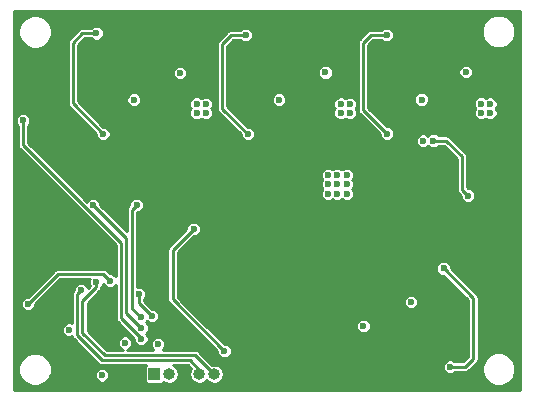
<source format=gbr>
G04 #@! TF.GenerationSoftware,KiCad,Pcbnew,(5.0.1)-4*
G04 #@! TF.CreationDate,2019-03-16T12:44:05-04:00*
G04 #@! TF.ProjectId,Wii reg,576969207265672E6B696361645F7063,rev?*
G04 #@! TF.SameCoordinates,Original*
G04 #@! TF.FileFunction,Copper,L4,Bot,Signal*
G04 #@! TF.FilePolarity,Positive*
%FSLAX46Y46*%
G04 Gerber Fmt 4.6, Leading zero omitted, Abs format (unit mm)*
G04 Created by KiCad (PCBNEW (5.0.1)-4) date 3/16/2019 12:44:05 PM*
%MOMM*%
%LPD*%
G01*
G04 APERTURE LIST*
G04 #@! TA.AperFunction,ComponentPad*
%ADD10R,1.000000X1.000000*%
G04 #@! TD*
G04 #@! TA.AperFunction,ComponentPad*
%ADD11O,1.000000X1.000000*%
G04 #@! TD*
G04 #@! TA.AperFunction,ViaPad*
%ADD12C,0.600000*%
G04 #@! TD*
G04 #@! TA.AperFunction,ComponentPad*
%ADD13C,0.600000*%
G04 #@! TD*
G04 #@! TA.AperFunction,Conductor*
%ADD14C,0.250000*%
G04 #@! TD*
G04 #@! TA.AperFunction,Conductor*
%ADD15C,0.230000*%
G04 #@! TD*
G04 APERTURE END LIST*
D10*
G04 #@! TO.P,J25,1*
G04 #@! TO.N,MCLR*
X200250000Y-115660000D03*
D11*
G04 #@! TO.P,J25,2*
G04 #@! TO.N,VSYS*
X201520000Y-115660000D03*
G04 #@! TO.P,J25,3*
G04 #@! TO.N,GND*
X202790000Y-115660000D03*
G04 #@! TO.P,J25,4*
G04 #@! TO.N,Net-(J25-Pad4)*
X204060000Y-115660000D03*
G04 #@! TO.P,J25,5*
G04 #@! TO.N,Net-(J25-Pad5)*
X205330000Y-115660000D03*
G04 #@! TD*
D12*
G04 #@! TO.N,GND*
G04 #@! TO.C,U1*
X201030000Y-92160000D03*
X200530000Y-91660000D03*
X201530000Y-91660000D03*
X201530000Y-92660000D03*
X200530000Y-92660000D03*
G04 #@! TD*
G04 #@! TO.N,GND*
G04 #@! TO.C,U2*
X219570000Y-109790000D03*
X220070000Y-110290000D03*
X219070000Y-110290000D03*
X219070000Y-109290000D03*
X220070000Y-109290000D03*
G04 #@! TD*
D13*
G04 #@! TO.P,U3,11*
G04 #@! TO.N,GND*
X223150000Y-99040000D03*
X224650000Y-99040000D03*
X223150000Y-98040000D03*
X224650000Y-98040000D03*
X223900000Y-98540000D03*
G04 #@! TD*
D12*
G04 #@! TO.N,GND*
G04 #@! TO.C,U4*
X225290000Y-92150000D03*
X224790000Y-91650000D03*
X225790000Y-91650000D03*
X225790000Y-92650000D03*
X224790000Y-92650000D03*
G04 #@! TD*
G04 #@! TO.N,GND*
G04 #@! TO.C,U5*
X213380000Y-92160000D03*
X212880000Y-91660000D03*
X213880000Y-91660000D03*
X213880000Y-92660000D03*
X212880000Y-92660000D03*
G04 #@! TD*
G04 #@! TO.N,5v*
X223890000Y-95880000D03*
X226810000Y-100530000D03*
G04 #@! TO.N,GND*
X198140000Y-116570000D03*
X216360000Y-87780000D03*
X215550000Y-88580000D03*
X216360000Y-88580000D03*
X215560000Y-87780000D03*
X218230000Y-95720000D03*
X217430000Y-94920000D03*
X218230000Y-94920000D03*
X217430000Y-95720000D03*
X191640000Y-102080000D03*
X191640000Y-101290000D03*
X227700000Y-88390000D03*
X227700000Y-87590000D03*
X227940000Y-97420000D03*
X227940000Y-98220000D03*
X227150000Y-97420000D03*
X227140000Y-98220000D03*
X207020000Y-104730000D03*
X207020000Y-105530000D03*
X204100000Y-88560000D03*
X203300000Y-87770000D03*
X203300000Y-88560000D03*
X204100000Y-87760000D03*
X227250000Y-107080000D03*
X228040000Y-107890000D03*
X228040000Y-106310000D03*
X228040000Y-107100000D03*
X227250000Y-107890000D03*
X227250000Y-106280000D03*
X213360000Y-113680000D03*
X213360000Y-112890000D03*
X212560000Y-113680000D03*
X212560000Y-112890000D03*
X211760000Y-113680000D03*
X211760000Y-112880000D03*
X201600000Y-113140000D03*
X203390000Y-106390000D03*
X203390000Y-107690000D03*
X204690000Y-107690000D03*
X204690000Y-106390000D03*
X195255000Y-110235000D03*
X196605000Y-110235000D03*
X195255000Y-111585000D03*
X196605000Y-111585000D03*
X208210000Y-103920000D03*
X210200000Y-103920000D03*
X212180000Y-103920000D03*
X193430000Y-113570000D03*
X192900000Y-109935000D03*
X199590000Y-102240000D03*
G04 #@! TO.N,1v*
X195350000Y-86790000D03*
X195930000Y-95300000D03*
G04 #@! TO.N,3v3*
X225290000Y-115020000D03*
X224740000Y-106700000D03*
G04 #@! TO.N,VSYS*
X221990000Y-109540000D03*
X216550000Y-98780000D03*
X195830000Y-115750000D03*
X216550000Y-99580000D03*
X215750000Y-98780000D03*
X214950000Y-98780000D03*
X216550000Y-100380000D03*
X215750000Y-99580000D03*
X214950000Y-99580000D03*
X215750000Y-100370000D03*
X227900000Y-93540000D03*
X228700000Y-92750000D03*
X228700000Y-93540000D03*
X227900000Y-92740000D03*
X222880000Y-92400000D03*
X210830000Y-92410000D03*
X198510000Y-92410000D03*
X216030000Y-93550000D03*
X216830000Y-92760000D03*
X216830000Y-93550000D03*
X216030000Y-92750000D03*
X203830000Y-93550000D03*
X204620000Y-92760000D03*
X204620000Y-93550000D03*
X203830000Y-92750000D03*
X200560000Y-113110000D03*
X193025000Y-111885000D03*
X214950000Y-100380000D03*
G04 #@! TO.N,1v8*
X219920000Y-86920000D03*
X219940000Y-95280000D03*
G04 #@! TO.N,1v15*
X207980000Y-86950000D03*
X208170000Y-95320000D03*
G04 #@! TO.N,REGN*
X203580000Y-103360000D03*
X206190000Y-113690000D03*
G04 #@! TO.N,SCL*
X200030000Y-110710000D03*
X198970000Y-108870000D03*
G04 #@! TO.N,Net-(J24-Pad1)*
X189550000Y-109720000D03*
X196490000Y-107740000D03*
G04 #@! TO.N,Net-(J25-Pad4)*
X194070000Y-108540000D03*
G04 #@! TO.N,Net-(J25-Pad5)*
X195350000Y-107830000D03*
G04 #@! TO.N,RED*
X199150000Y-112690000D03*
X189140000Y-94170000D03*
G04 #@! TO.N,GREEN*
X199160000Y-111730000D03*
X195080000Y-101320000D03*
G04 #@! TO.N,BLUE*
X199130000Y-110790000D03*
X198750000Y-101340000D03*
G04 #@! TO.N,EN*
X223000000Y-95890000D03*
X217960000Y-111580000D03*
X226620000Y-90050000D03*
X214740000Y-90110000D03*
X202410000Y-90160000D03*
X197790000Y-112990000D03*
G04 #@! TD*
D14*
G04 #@! TO.N,5v*
X223890000Y-95880000D02*
X224970000Y-95880000D01*
X226310000Y-100030000D02*
X226810000Y-100530000D01*
X226310000Y-97220000D02*
X226310000Y-100030000D01*
X224970000Y-95880000D02*
X226310000Y-97220000D01*
G04 #@! TO.N,GND*
X195255000Y-110235000D02*
X195250000Y-110230000D01*
X196605000Y-110235000D02*
X196600000Y-110230000D01*
X195255000Y-111585000D02*
X195250000Y-111580000D01*
X196605000Y-111585000D02*
X196600000Y-111580000D01*
G04 #@! TO.N,1v*
X194170000Y-86790000D02*
X195350000Y-86790000D01*
X193350000Y-87610000D02*
X194170000Y-86790000D01*
X193350000Y-92720000D02*
X193350000Y-87610000D01*
X195930000Y-95300000D02*
X193350000Y-92720000D01*
G04 #@! TO.N,3v3*
X226590000Y-115020000D02*
X225290000Y-115020000D01*
X227270000Y-114340000D02*
X226590000Y-115020000D01*
X227270000Y-109230000D02*
X227270000Y-114340000D01*
X224740000Y-106700000D02*
X227270000Y-109230000D01*
G04 #@! TO.N,VSYS*
X198520000Y-92420000D02*
X198540000Y-92420000D01*
X198510000Y-92410000D02*
X198520000Y-92420000D01*
X193025000Y-111885000D02*
X193020000Y-111890000D01*
G04 #@! TO.N,1v8*
X218620000Y-86920000D02*
X219920000Y-86920000D01*
X217930000Y-87610000D02*
X218620000Y-86920000D01*
X217930000Y-93270000D02*
X217930000Y-87610000D01*
X219940000Y-95280000D02*
X217930000Y-93270000D01*
G04 #@! TO.N,1v15*
X206760000Y-86950000D02*
X207980000Y-86950000D01*
X206010000Y-87700000D02*
X206760000Y-86950000D01*
X206010000Y-93160000D02*
X206010000Y-87700000D01*
X208170000Y-95320000D02*
X206010000Y-93160000D01*
G04 #@! TO.N,REGN*
X201800000Y-105140000D02*
X203580000Y-103360000D01*
X201800000Y-109300000D02*
X201800000Y-105140000D01*
X206190000Y-113690000D02*
X201800000Y-109300000D01*
G04 #@! TO.N,SCL*
X198970000Y-109650000D02*
X198970000Y-108870000D01*
X200030000Y-110710000D02*
X198970000Y-109650000D01*
G04 #@! TO.N,Net-(J24-Pad1)*
X189550000Y-109720000D02*
X192090000Y-107180000D01*
X192090000Y-107180000D02*
X195930000Y-107180000D01*
X195930000Y-107180000D02*
X196490000Y-107740000D01*
G04 #@! TO.N,Net-(J25-Pad4)*
X204060000Y-115660000D02*
X204060000Y-115260000D01*
X204060000Y-115260000D02*
X203270000Y-114470000D01*
X203270000Y-114470000D02*
X195850000Y-114470000D01*
X195850000Y-114470000D02*
X193720000Y-112340000D01*
X193720000Y-112340000D02*
X193720000Y-108890000D01*
X193720000Y-108890000D02*
X194070000Y-108540000D01*
G04 #@! TO.N,Net-(J25-Pad5)*
X203690000Y-114020000D02*
X205330000Y-115660000D01*
X203456398Y-114020000D02*
X203690000Y-114020000D01*
X203456396Y-114019998D02*
X203456398Y-114020000D01*
X196036396Y-114019998D02*
X203456396Y-114019998D01*
X194170002Y-112153604D02*
X196036396Y-114019998D01*
X194170002Y-109439998D02*
X194170002Y-112153604D01*
X195320000Y-108290000D02*
X194170002Y-109439998D01*
X195320000Y-107860000D02*
X195320000Y-108290000D01*
X195350000Y-107830000D02*
X195320000Y-107860000D01*
G04 #@! TO.N,RED*
X199150000Y-112690000D02*
X199150000Y-112630000D01*
X189140000Y-96270000D02*
X189140000Y-94170000D01*
X197439996Y-104569996D02*
X189140000Y-96270000D01*
X197439996Y-110919996D02*
X197439996Y-104569996D01*
X199150000Y-112630000D02*
X197439996Y-110919996D01*
G04 #@! TO.N,GREEN*
X199160000Y-111730000D02*
X199110000Y-111730000D01*
X197889998Y-104129998D02*
X195080000Y-101320000D01*
X197889998Y-110509998D02*
X197889998Y-104129998D01*
X199110000Y-111730000D02*
X197889998Y-110509998D01*
G04 #@! TO.N,BLUE*
X199130000Y-110790000D02*
X199070000Y-110790000D01*
X198340000Y-101750000D02*
X198750000Y-101340000D01*
X198340000Y-110060000D02*
X198340000Y-101750000D01*
X199070000Y-110790000D02*
X198340000Y-110060000D01*
G04 #@! TD*
D15*
G04 #@! TO.N,GND*
G36*
X231180000Y-117000000D02*
X188380000Y-117000000D01*
X188380000Y-114958539D01*
X188735000Y-114958539D01*
X188735000Y-115521461D01*
X188950421Y-116041533D01*
X189348467Y-116439579D01*
X189868539Y-116655000D01*
X190431461Y-116655000D01*
X190951533Y-116439579D01*
X191349579Y-116041533D01*
X191521007Y-115627669D01*
X195215000Y-115627669D01*
X195215000Y-115872331D01*
X195308628Y-116098370D01*
X195481630Y-116271372D01*
X195707669Y-116365000D01*
X195952331Y-116365000D01*
X196178370Y-116271372D01*
X196351372Y-116098370D01*
X196445000Y-115872331D01*
X196445000Y-115627669D01*
X196351372Y-115401630D01*
X196178370Y-115228628D01*
X195952331Y-115135000D01*
X195707669Y-115135000D01*
X195481630Y-115228628D01*
X195308628Y-115401630D01*
X195215000Y-115627669D01*
X191521007Y-115627669D01*
X191565000Y-115521461D01*
X191565000Y-114958539D01*
X191349579Y-114438467D01*
X190951533Y-114040421D01*
X190431461Y-113825000D01*
X189868539Y-113825000D01*
X189348467Y-114040421D01*
X188950421Y-114438467D01*
X188735000Y-114958539D01*
X188380000Y-114958539D01*
X188380000Y-94047669D01*
X188525000Y-94047669D01*
X188525000Y-94292331D01*
X188618628Y-94518370D01*
X188700001Y-94599743D01*
X188700000Y-96226669D01*
X188691381Y-96270000D01*
X188700000Y-96313331D01*
X188700000Y-96313335D01*
X188725529Y-96441678D01*
X188822778Y-96587222D01*
X188859518Y-96611771D01*
X196999997Y-104752251D01*
X196999997Y-107380255D01*
X196838370Y-107218628D01*
X196612331Y-107125000D01*
X196497253Y-107125000D01*
X196271771Y-106899518D01*
X196247222Y-106862778D01*
X196101679Y-106765529D01*
X195973336Y-106740000D01*
X195973331Y-106740000D01*
X195930000Y-106731381D01*
X195886669Y-106740000D01*
X192133330Y-106740000D01*
X192089999Y-106731381D01*
X192046668Y-106740000D01*
X192046664Y-106740000D01*
X191918321Y-106765529D01*
X191918320Y-106765530D01*
X191918319Y-106765530D01*
X191809515Y-106838231D01*
X191772778Y-106862778D01*
X191748231Y-106899515D01*
X189542747Y-109105000D01*
X189427669Y-109105000D01*
X189201630Y-109198628D01*
X189028628Y-109371630D01*
X188935000Y-109597669D01*
X188935000Y-109842331D01*
X189028628Y-110068370D01*
X189201630Y-110241372D01*
X189427669Y-110335000D01*
X189672331Y-110335000D01*
X189898370Y-110241372D01*
X190071372Y-110068370D01*
X190165000Y-109842331D01*
X190165000Y-109727253D01*
X192272254Y-107620000D01*
X194771314Y-107620000D01*
X194735000Y-107707669D01*
X194735000Y-107952331D01*
X194822989Y-108164757D01*
X194651340Y-108336406D01*
X194591372Y-108191630D01*
X194418370Y-108018628D01*
X194192331Y-107925000D01*
X193947669Y-107925000D01*
X193721630Y-108018628D01*
X193548628Y-108191630D01*
X193455000Y-108417669D01*
X193455000Y-108532747D01*
X193439515Y-108548231D01*
X193402779Y-108572778D01*
X193378232Y-108609515D01*
X193378230Y-108609517D01*
X193305530Y-108718321D01*
X193271381Y-108890000D01*
X193280001Y-108933336D01*
X193280000Y-111324953D01*
X193147331Y-111270000D01*
X192902669Y-111270000D01*
X192676630Y-111363628D01*
X192503628Y-111536630D01*
X192410000Y-111762669D01*
X192410000Y-112007331D01*
X192503628Y-112233370D01*
X192676630Y-112406372D01*
X192902669Y-112500000D01*
X193147331Y-112500000D01*
X193291341Y-112440349D01*
X193305529Y-112511678D01*
X193402778Y-112657222D01*
X193439518Y-112681771D01*
X195508231Y-114750485D01*
X195532778Y-114787222D01*
X195569515Y-114811769D01*
X195569516Y-114811770D01*
X195610013Y-114838829D01*
X195678321Y-114884471D01*
X195806664Y-114910000D01*
X195806669Y-114910000D01*
X195850000Y-114918619D01*
X195893331Y-114910000D01*
X199557167Y-114910000D01*
X199522898Y-114932898D01*
X199453277Y-115037093D01*
X199428829Y-115160000D01*
X199428829Y-116160000D01*
X199453277Y-116282907D01*
X199522898Y-116387102D01*
X199627093Y-116456723D01*
X199750000Y-116481171D01*
X200750000Y-116481171D01*
X200872907Y-116456723D01*
X200977102Y-116387102D01*
X201027760Y-116311287D01*
X201202003Y-116427712D01*
X201439734Y-116475000D01*
X201600266Y-116475000D01*
X201837997Y-116427712D01*
X202107582Y-116247582D01*
X202287712Y-115977997D01*
X202350966Y-115660000D01*
X202287712Y-115342003D01*
X202107582Y-115072418D01*
X201864505Y-114910000D01*
X203087747Y-114910000D01*
X203383396Y-115205650D01*
X203292288Y-115342003D01*
X203229034Y-115660000D01*
X203292288Y-115977997D01*
X203472418Y-116247582D01*
X203742003Y-116427712D01*
X203979734Y-116475000D01*
X204140266Y-116475000D01*
X204377997Y-116427712D01*
X204647582Y-116247582D01*
X204695000Y-116176616D01*
X204742418Y-116247582D01*
X205012003Y-116427712D01*
X205249734Y-116475000D01*
X205410266Y-116475000D01*
X205647997Y-116427712D01*
X205917582Y-116247582D01*
X206097712Y-115977997D01*
X206160966Y-115660000D01*
X206097712Y-115342003D01*
X205917582Y-115072418D01*
X205647997Y-114892288D01*
X205410266Y-114845000D01*
X205249734Y-114845000D01*
X205155915Y-114863662D01*
X204031770Y-113739517D01*
X204007222Y-113702778D01*
X203861679Y-113605529D01*
X203733336Y-113580000D01*
X203733331Y-113580000D01*
X203690000Y-113571381D01*
X203646669Y-113580000D01*
X203499742Y-113580000D01*
X203499732Y-113579998D01*
X203499727Y-113579998D01*
X203456396Y-113571379D01*
X203413065Y-113579998D01*
X200959744Y-113579998D01*
X201081372Y-113458370D01*
X201175000Y-113232331D01*
X201175000Y-112987669D01*
X201081372Y-112761630D01*
X200908370Y-112588628D01*
X200682331Y-112495000D01*
X200437669Y-112495000D01*
X200211630Y-112588628D01*
X200038628Y-112761630D01*
X199945000Y-112987669D01*
X199945000Y-113232331D01*
X200038628Y-113458370D01*
X200160256Y-113579998D01*
X197972691Y-113579998D01*
X198138370Y-113511372D01*
X198311372Y-113338370D01*
X198405000Y-113112331D01*
X198405000Y-112867669D01*
X198311372Y-112641630D01*
X198138370Y-112468628D01*
X197912331Y-112375000D01*
X197667669Y-112375000D01*
X197441630Y-112468628D01*
X197268628Y-112641630D01*
X197175000Y-112867669D01*
X197175000Y-113112331D01*
X197268628Y-113338370D01*
X197441630Y-113511372D01*
X197607309Y-113579998D01*
X196218650Y-113579998D01*
X194610002Y-111971351D01*
X194610002Y-109622251D01*
X195600485Y-108631769D01*
X195637222Y-108607222D01*
X195673601Y-108552778D01*
X195700742Y-108512158D01*
X195734471Y-108461679D01*
X195760000Y-108333336D01*
X195760000Y-108333331D01*
X195768619Y-108290000D01*
X195767146Y-108282596D01*
X195871372Y-108178370D01*
X195938640Y-108015971D01*
X195968628Y-108088370D01*
X196141630Y-108261372D01*
X196367669Y-108355000D01*
X196612331Y-108355000D01*
X196838370Y-108261372D01*
X196999996Y-108099746D01*
X196999996Y-110876665D01*
X196991377Y-110919996D01*
X196999996Y-110963327D01*
X196999996Y-110963331D01*
X197025525Y-111091674D01*
X197122774Y-111237218D01*
X197159514Y-111261767D01*
X198535000Y-112637254D01*
X198535000Y-112812331D01*
X198628628Y-113038370D01*
X198801630Y-113211372D01*
X199027669Y-113305000D01*
X199272331Y-113305000D01*
X199498370Y-113211372D01*
X199671372Y-113038370D01*
X199765000Y-112812331D01*
X199765000Y-112567669D01*
X199671372Y-112341630D01*
X199544742Y-112215000D01*
X199681372Y-112078370D01*
X199775000Y-111852331D01*
X199775000Y-111607669D01*
X199681372Y-111381630D01*
X199544742Y-111245000D01*
X199620000Y-111169742D01*
X199681630Y-111231372D01*
X199907669Y-111325000D01*
X200152331Y-111325000D01*
X200378370Y-111231372D01*
X200551372Y-111058370D01*
X200645000Y-110832331D01*
X200645000Y-110587669D01*
X200551372Y-110361630D01*
X200378370Y-110188628D01*
X200152331Y-110095000D01*
X200037254Y-110095000D01*
X199410000Y-109467747D01*
X199410000Y-109299742D01*
X199491372Y-109218370D01*
X199585000Y-108992331D01*
X199585000Y-108747669D01*
X199491372Y-108521630D01*
X199318370Y-108348628D01*
X199092331Y-108255000D01*
X198847669Y-108255000D01*
X198780000Y-108283029D01*
X198780000Y-105140000D01*
X201351381Y-105140000D01*
X201360001Y-105183336D01*
X201360000Y-109256669D01*
X201351381Y-109300000D01*
X201360000Y-109343331D01*
X201360000Y-109343335D01*
X201385529Y-109471678D01*
X201482778Y-109617222D01*
X201519518Y-109641771D01*
X205575000Y-113697254D01*
X205575000Y-113812331D01*
X205668628Y-114038370D01*
X205841630Y-114211372D01*
X206067669Y-114305000D01*
X206312331Y-114305000D01*
X206538370Y-114211372D01*
X206711372Y-114038370D01*
X206805000Y-113812331D01*
X206805000Y-113567669D01*
X206711372Y-113341630D01*
X206538370Y-113168628D01*
X206312331Y-113075000D01*
X206197254Y-113075000D01*
X204579923Y-111457669D01*
X217345000Y-111457669D01*
X217345000Y-111702331D01*
X217438628Y-111928370D01*
X217611630Y-112101372D01*
X217837669Y-112195000D01*
X218082331Y-112195000D01*
X218308370Y-112101372D01*
X218481372Y-111928370D01*
X218575000Y-111702331D01*
X218575000Y-111457669D01*
X218481372Y-111231630D01*
X218308370Y-111058628D01*
X218082331Y-110965000D01*
X217837669Y-110965000D01*
X217611630Y-111058628D01*
X217438628Y-111231630D01*
X217345000Y-111457669D01*
X204579923Y-111457669D01*
X202539923Y-109417669D01*
X221375000Y-109417669D01*
X221375000Y-109662331D01*
X221468628Y-109888370D01*
X221641630Y-110061372D01*
X221867669Y-110155000D01*
X222112331Y-110155000D01*
X222338370Y-110061372D01*
X222511372Y-109888370D01*
X222605000Y-109662331D01*
X222605000Y-109417669D01*
X222511372Y-109191630D01*
X222338370Y-109018628D01*
X222112331Y-108925000D01*
X221867669Y-108925000D01*
X221641630Y-109018628D01*
X221468628Y-109191630D01*
X221375000Y-109417669D01*
X202539923Y-109417669D01*
X202240000Y-109117747D01*
X202240000Y-106577669D01*
X224125000Y-106577669D01*
X224125000Y-106822331D01*
X224218628Y-107048370D01*
X224391630Y-107221372D01*
X224617669Y-107315000D01*
X224732747Y-107315000D01*
X226830000Y-109412254D01*
X226830001Y-114157745D01*
X226407747Y-114580000D01*
X225719742Y-114580000D01*
X225638370Y-114498628D01*
X225412331Y-114405000D01*
X225167669Y-114405000D01*
X224941630Y-114498628D01*
X224768628Y-114671630D01*
X224675000Y-114897669D01*
X224675000Y-115142331D01*
X224768628Y-115368370D01*
X224941630Y-115541372D01*
X225167669Y-115635000D01*
X225412331Y-115635000D01*
X225638370Y-115541372D01*
X225719742Y-115460000D01*
X226546669Y-115460000D01*
X226590000Y-115468619D01*
X226633331Y-115460000D01*
X226633336Y-115460000D01*
X226761679Y-115434471D01*
X226907222Y-115337222D01*
X226931771Y-115300482D01*
X227293714Y-114938539D01*
X227995000Y-114938539D01*
X227995000Y-115501461D01*
X228210421Y-116021533D01*
X228608467Y-116419579D01*
X229128539Y-116635000D01*
X229691461Y-116635000D01*
X230211533Y-116419579D01*
X230609579Y-116021533D01*
X230825000Y-115501461D01*
X230825000Y-114938539D01*
X230609579Y-114418467D01*
X230211533Y-114020421D01*
X229691461Y-113805000D01*
X229128539Y-113805000D01*
X228608467Y-114020421D01*
X228210421Y-114418467D01*
X227995000Y-114938539D01*
X227293714Y-114938539D01*
X227550485Y-114681769D01*
X227587222Y-114657222D01*
X227621763Y-114605529D01*
X227684470Y-114511681D01*
X227684470Y-114511680D01*
X227684471Y-114511679D01*
X227710000Y-114383336D01*
X227710000Y-114383332D01*
X227718619Y-114340001D01*
X227710000Y-114296670D01*
X227710000Y-109273330D01*
X227718619Y-109229999D01*
X227710000Y-109186668D01*
X227710000Y-109186664D01*
X227684471Y-109058321D01*
X227587222Y-108912778D01*
X227550486Y-108888232D01*
X225355000Y-106692747D01*
X225355000Y-106577669D01*
X225261372Y-106351630D01*
X225088370Y-106178628D01*
X224862331Y-106085000D01*
X224617669Y-106085000D01*
X224391630Y-106178628D01*
X224218628Y-106351630D01*
X224125000Y-106577669D01*
X202240000Y-106577669D01*
X202240000Y-105322253D01*
X203587254Y-103975000D01*
X203702331Y-103975000D01*
X203928370Y-103881372D01*
X204101372Y-103708370D01*
X204195000Y-103482331D01*
X204195000Y-103237669D01*
X204101372Y-103011630D01*
X203928370Y-102838628D01*
X203702331Y-102745000D01*
X203457669Y-102745000D01*
X203231630Y-102838628D01*
X203058628Y-103011630D01*
X202965000Y-103237669D01*
X202965000Y-103352746D01*
X201519516Y-104798231D01*
X201482779Y-104822778D01*
X201458232Y-104859515D01*
X201458230Y-104859517D01*
X201385530Y-104968321D01*
X201351381Y-105140000D01*
X198780000Y-105140000D01*
X198780000Y-101955000D01*
X198872331Y-101955000D01*
X199098370Y-101861372D01*
X199271372Y-101688370D01*
X199365000Y-101462331D01*
X199365000Y-101217669D01*
X199271372Y-100991630D01*
X199098370Y-100818628D01*
X198872331Y-100725000D01*
X198627669Y-100725000D01*
X198401630Y-100818628D01*
X198228628Y-100991630D01*
X198135000Y-101217669D01*
X198135000Y-101332747D01*
X198059515Y-101408231D01*
X198022779Y-101432778D01*
X197998232Y-101469515D01*
X197998230Y-101469517D01*
X197925530Y-101578321D01*
X197891381Y-101750000D01*
X197900001Y-101793336D01*
X197900001Y-103517747D01*
X195695000Y-101312747D01*
X195695000Y-101197669D01*
X195601372Y-100971630D01*
X195428370Y-100798628D01*
X195202331Y-100705000D01*
X194957669Y-100705000D01*
X194731630Y-100798628D01*
X194558628Y-100971630D01*
X194530878Y-101038624D01*
X192149923Y-98657669D01*
X214335000Y-98657669D01*
X214335000Y-98902331D01*
X214428628Y-99128370D01*
X214480258Y-99180000D01*
X214428628Y-99231630D01*
X214335000Y-99457669D01*
X214335000Y-99702331D01*
X214428628Y-99928370D01*
X214480258Y-99980000D01*
X214428628Y-100031630D01*
X214335000Y-100257669D01*
X214335000Y-100502331D01*
X214428628Y-100728370D01*
X214601630Y-100901372D01*
X214827669Y-100995000D01*
X215072331Y-100995000D01*
X215298370Y-100901372D01*
X215355000Y-100844742D01*
X215401630Y-100891372D01*
X215627669Y-100985000D01*
X215872331Y-100985000D01*
X216098370Y-100891372D01*
X216145000Y-100844742D01*
X216201630Y-100901372D01*
X216427669Y-100995000D01*
X216672331Y-100995000D01*
X216898370Y-100901372D01*
X217071372Y-100728370D01*
X217165000Y-100502331D01*
X217165000Y-100257669D01*
X217071372Y-100031630D01*
X217019742Y-99980000D01*
X217071372Y-99928370D01*
X217165000Y-99702331D01*
X217165000Y-99457669D01*
X217071372Y-99231630D01*
X217019742Y-99180000D01*
X217071372Y-99128370D01*
X217165000Y-98902331D01*
X217165000Y-98657669D01*
X217071372Y-98431630D01*
X216898370Y-98258628D01*
X216672331Y-98165000D01*
X216427669Y-98165000D01*
X216201630Y-98258628D01*
X216150000Y-98310258D01*
X216098370Y-98258628D01*
X215872331Y-98165000D01*
X215627669Y-98165000D01*
X215401630Y-98258628D01*
X215350000Y-98310258D01*
X215298370Y-98258628D01*
X215072331Y-98165000D01*
X214827669Y-98165000D01*
X214601630Y-98258628D01*
X214428628Y-98431630D01*
X214335000Y-98657669D01*
X192149923Y-98657669D01*
X189580000Y-96087747D01*
X189580000Y-94599742D01*
X189661372Y-94518370D01*
X189755000Y-94292331D01*
X189755000Y-94047669D01*
X189661372Y-93821630D01*
X189488370Y-93648628D01*
X189262331Y-93555000D01*
X189017669Y-93555000D01*
X188791630Y-93648628D01*
X188618628Y-93821630D01*
X188525000Y-94047669D01*
X188380000Y-94047669D01*
X188380000Y-86388539D01*
X188745000Y-86388539D01*
X188745000Y-86951461D01*
X188960421Y-87471533D01*
X189358467Y-87869579D01*
X189878539Y-88085000D01*
X190441461Y-88085000D01*
X190961533Y-87869579D01*
X191221112Y-87610000D01*
X192901381Y-87610000D01*
X192910001Y-87653336D01*
X192910000Y-92676669D01*
X192901381Y-92720000D01*
X192910000Y-92763331D01*
X192910000Y-92763335D01*
X192935529Y-92891678D01*
X193032778Y-93037222D01*
X193069518Y-93061771D01*
X195315000Y-95307254D01*
X195315000Y-95422331D01*
X195408628Y-95648370D01*
X195581630Y-95821372D01*
X195807669Y-95915000D01*
X196052331Y-95915000D01*
X196278370Y-95821372D01*
X196451372Y-95648370D01*
X196545000Y-95422331D01*
X196545000Y-95177669D01*
X196451372Y-94951630D01*
X196278370Y-94778628D01*
X196052331Y-94685000D01*
X195937254Y-94685000D01*
X193790000Y-92537747D01*
X193790000Y-92287669D01*
X197895000Y-92287669D01*
X197895000Y-92532331D01*
X197988628Y-92758370D01*
X198161630Y-92931372D01*
X198387669Y-93025000D01*
X198632331Y-93025000D01*
X198858370Y-92931372D01*
X199031372Y-92758370D01*
X199085509Y-92627669D01*
X203215000Y-92627669D01*
X203215000Y-92872331D01*
X203308628Y-93098370D01*
X203360258Y-93150000D01*
X203308628Y-93201630D01*
X203215000Y-93427669D01*
X203215000Y-93672331D01*
X203308628Y-93898370D01*
X203481630Y-94071372D01*
X203707669Y-94165000D01*
X203952331Y-94165000D01*
X204178370Y-94071372D01*
X204225000Y-94024742D01*
X204271630Y-94071372D01*
X204497669Y-94165000D01*
X204742331Y-94165000D01*
X204968370Y-94071372D01*
X205141372Y-93898370D01*
X205235000Y-93672331D01*
X205235000Y-93427669D01*
X205141372Y-93201630D01*
X205094742Y-93155000D01*
X205141372Y-93108370D01*
X205235000Y-92882331D01*
X205235000Y-92637669D01*
X205141372Y-92411630D01*
X204968370Y-92238628D01*
X204742331Y-92145000D01*
X204497669Y-92145000D01*
X204271630Y-92238628D01*
X204230000Y-92280258D01*
X204178370Y-92228628D01*
X203952331Y-92135000D01*
X203707669Y-92135000D01*
X203481630Y-92228628D01*
X203308628Y-92401630D01*
X203215000Y-92627669D01*
X199085509Y-92627669D01*
X199125000Y-92532331D01*
X199125000Y-92287669D01*
X199031372Y-92061630D01*
X198858370Y-91888628D01*
X198632331Y-91795000D01*
X198387669Y-91795000D01*
X198161630Y-91888628D01*
X197988628Y-92061630D01*
X197895000Y-92287669D01*
X193790000Y-92287669D01*
X193790000Y-90037669D01*
X201795000Y-90037669D01*
X201795000Y-90282331D01*
X201888628Y-90508370D01*
X202061630Y-90681372D01*
X202287669Y-90775000D01*
X202532331Y-90775000D01*
X202758370Y-90681372D01*
X202931372Y-90508370D01*
X203025000Y-90282331D01*
X203025000Y-90037669D01*
X202931372Y-89811630D01*
X202758370Y-89638628D01*
X202532331Y-89545000D01*
X202287669Y-89545000D01*
X202061630Y-89638628D01*
X201888628Y-89811630D01*
X201795000Y-90037669D01*
X193790000Y-90037669D01*
X193790000Y-87792253D01*
X193882253Y-87700000D01*
X205561381Y-87700000D01*
X205570001Y-87743336D01*
X205570000Y-93116669D01*
X205561381Y-93160000D01*
X205570000Y-93203331D01*
X205570000Y-93203335D01*
X205595529Y-93331678D01*
X205692778Y-93477222D01*
X205729518Y-93501771D01*
X207555000Y-95327254D01*
X207555000Y-95442331D01*
X207648628Y-95668370D01*
X207821630Y-95841372D01*
X208047669Y-95935000D01*
X208292331Y-95935000D01*
X208518370Y-95841372D01*
X208691372Y-95668370D01*
X208785000Y-95442331D01*
X208785000Y-95197669D01*
X208691372Y-94971630D01*
X208518370Y-94798628D01*
X208292331Y-94705000D01*
X208177254Y-94705000D01*
X206450000Y-92977747D01*
X206450000Y-92287669D01*
X210215000Y-92287669D01*
X210215000Y-92532331D01*
X210308628Y-92758370D01*
X210481630Y-92931372D01*
X210707669Y-93025000D01*
X210952331Y-93025000D01*
X211178370Y-92931372D01*
X211351372Y-92758370D01*
X211405509Y-92627669D01*
X215415000Y-92627669D01*
X215415000Y-92872331D01*
X215508628Y-93098370D01*
X215560258Y-93150000D01*
X215508628Y-93201630D01*
X215415000Y-93427669D01*
X215415000Y-93672331D01*
X215508628Y-93898370D01*
X215681630Y-94071372D01*
X215907669Y-94165000D01*
X216152331Y-94165000D01*
X216378370Y-94071372D01*
X216430000Y-94019742D01*
X216481630Y-94071372D01*
X216707669Y-94165000D01*
X216952331Y-94165000D01*
X217178370Y-94071372D01*
X217351372Y-93898370D01*
X217445000Y-93672331D01*
X217445000Y-93427669D01*
X217351372Y-93201630D01*
X217304742Y-93155000D01*
X217351372Y-93108370D01*
X217445000Y-92882331D01*
X217445000Y-92637669D01*
X217351372Y-92411630D01*
X217178370Y-92238628D01*
X216952331Y-92145000D01*
X216707669Y-92145000D01*
X216481630Y-92238628D01*
X216435000Y-92285258D01*
X216378370Y-92228628D01*
X216152331Y-92135000D01*
X215907669Y-92135000D01*
X215681630Y-92228628D01*
X215508628Y-92401630D01*
X215415000Y-92627669D01*
X211405509Y-92627669D01*
X211445000Y-92532331D01*
X211445000Y-92287669D01*
X211351372Y-92061630D01*
X211178370Y-91888628D01*
X210952331Y-91795000D01*
X210707669Y-91795000D01*
X210481630Y-91888628D01*
X210308628Y-92061630D01*
X210215000Y-92287669D01*
X206450000Y-92287669D01*
X206450000Y-89987669D01*
X214125000Y-89987669D01*
X214125000Y-90232331D01*
X214218628Y-90458370D01*
X214391630Y-90631372D01*
X214617669Y-90725000D01*
X214862331Y-90725000D01*
X215088370Y-90631372D01*
X215261372Y-90458370D01*
X215355000Y-90232331D01*
X215355000Y-89987669D01*
X215261372Y-89761630D01*
X215088370Y-89588628D01*
X214862331Y-89495000D01*
X214617669Y-89495000D01*
X214391630Y-89588628D01*
X214218628Y-89761630D01*
X214125000Y-89987669D01*
X206450000Y-89987669D01*
X206450000Y-87882253D01*
X206722253Y-87610000D01*
X217481381Y-87610000D01*
X217490001Y-87653336D01*
X217490000Y-93226669D01*
X217481381Y-93270000D01*
X217490000Y-93313331D01*
X217490000Y-93313335D01*
X217515529Y-93441678D01*
X217612778Y-93587222D01*
X217649518Y-93611771D01*
X219325000Y-95287253D01*
X219325000Y-95402331D01*
X219418628Y-95628370D01*
X219591630Y-95801372D01*
X219817669Y-95895000D01*
X220062331Y-95895000D01*
X220288370Y-95801372D01*
X220322073Y-95767669D01*
X222385000Y-95767669D01*
X222385000Y-96012331D01*
X222478628Y-96238370D01*
X222651630Y-96411372D01*
X222877669Y-96505000D01*
X223122331Y-96505000D01*
X223348370Y-96411372D01*
X223450000Y-96309742D01*
X223541630Y-96401372D01*
X223767669Y-96495000D01*
X224012331Y-96495000D01*
X224238370Y-96401372D01*
X224319742Y-96320000D01*
X224787747Y-96320000D01*
X225870000Y-97402254D01*
X225870001Y-99986664D01*
X225861381Y-100030000D01*
X225895530Y-100201679D01*
X225968230Y-100310483D01*
X225968232Y-100310485D01*
X225992779Y-100347222D01*
X226029516Y-100371769D01*
X226195000Y-100537253D01*
X226195000Y-100652331D01*
X226288628Y-100878370D01*
X226461630Y-101051372D01*
X226687669Y-101145000D01*
X226932331Y-101145000D01*
X227158370Y-101051372D01*
X227331372Y-100878370D01*
X227425000Y-100652331D01*
X227425000Y-100407669D01*
X227331372Y-100181630D01*
X227158370Y-100008628D01*
X226932331Y-99915000D01*
X226817253Y-99915000D01*
X226750000Y-99847747D01*
X226750000Y-97263330D01*
X226758619Y-97219999D01*
X226750000Y-97176668D01*
X226750000Y-97176664D01*
X226724471Y-97048321D01*
X226627222Y-96902778D01*
X226590486Y-96878232D01*
X225311771Y-95599518D01*
X225287222Y-95562778D01*
X225141679Y-95465529D01*
X225013336Y-95440000D01*
X225013331Y-95440000D01*
X224970000Y-95431381D01*
X224926669Y-95440000D01*
X224319742Y-95440000D01*
X224238370Y-95358628D01*
X224012331Y-95265000D01*
X223767669Y-95265000D01*
X223541630Y-95358628D01*
X223440000Y-95460258D01*
X223348370Y-95368628D01*
X223122331Y-95275000D01*
X222877669Y-95275000D01*
X222651630Y-95368628D01*
X222478628Y-95541630D01*
X222385000Y-95767669D01*
X220322073Y-95767669D01*
X220461372Y-95628370D01*
X220555000Y-95402331D01*
X220555000Y-95157669D01*
X220461372Y-94931630D01*
X220288370Y-94758628D01*
X220062331Y-94665000D01*
X219947253Y-94665000D01*
X218370000Y-93087747D01*
X218370000Y-92277669D01*
X222265000Y-92277669D01*
X222265000Y-92522331D01*
X222358628Y-92748370D01*
X222531630Y-92921372D01*
X222757669Y-93015000D01*
X223002331Y-93015000D01*
X223228370Y-92921372D01*
X223401372Y-92748370D01*
X223455509Y-92617669D01*
X227285000Y-92617669D01*
X227285000Y-92862331D01*
X227378628Y-93088370D01*
X227430258Y-93140000D01*
X227378628Y-93191630D01*
X227285000Y-93417669D01*
X227285000Y-93662331D01*
X227378628Y-93888370D01*
X227551630Y-94061372D01*
X227777669Y-94155000D01*
X228022331Y-94155000D01*
X228248370Y-94061372D01*
X228300000Y-94009742D01*
X228351630Y-94061372D01*
X228577669Y-94155000D01*
X228822331Y-94155000D01*
X229048370Y-94061372D01*
X229221372Y-93888370D01*
X229315000Y-93662331D01*
X229315000Y-93417669D01*
X229221372Y-93191630D01*
X229174742Y-93145000D01*
X229221372Y-93098370D01*
X229315000Y-92872331D01*
X229315000Y-92627669D01*
X229221372Y-92401630D01*
X229048370Y-92228628D01*
X228822331Y-92135000D01*
X228577669Y-92135000D01*
X228351630Y-92228628D01*
X228305000Y-92275258D01*
X228248370Y-92218628D01*
X228022331Y-92125000D01*
X227777669Y-92125000D01*
X227551630Y-92218628D01*
X227378628Y-92391630D01*
X227285000Y-92617669D01*
X223455509Y-92617669D01*
X223495000Y-92522331D01*
X223495000Y-92277669D01*
X223401372Y-92051630D01*
X223228370Y-91878628D01*
X223002331Y-91785000D01*
X222757669Y-91785000D01*
X222531630Y-91878628D01*
X222358628Y-92051630D01*
X222265000Y-92277669D01*
X218370000Y-92277669D01*
X218370000Y-89927669D01*
X226005000Y-89927669D01*
X226005000Y-90172331D01*
X226098628Y-90398370D01*
X226271630Y-90571372D01*
X226497669Y-90665000D01*
X226742331Y-90665000D01*
X226968370Y-90571372D01*
X227141372Y-90398370D01*
X227235000Y-90172331D01*
X227235000Y-89927669D01*
X227141372Y-89701630D01*
X226968370Y-89528628D01*
X226742331Y-89435000D01*
X226497669Y-89435000D01*
X226271630Y-89528628D01*
X226098628Y-89701630D01*
X226005000Y-89927669D01*
X218370000Y-89927669D01*
X218370000Y-87792253D01*
X218802254Y-87360000D01*
X219490258Y-87360000D01*
X219571630Y-87441372D01*
X219797669Y-87535000D01*
X220042331Y-87535000D01*
X220268370Y-87441372D01*
X220441372Y-87268370D01*
X220535000Y-87042331D01*
X220535000Y-86797669D01*
X220441372Y-86571630D01*
X220268370Y-86398628D01*
X220195729Y-86368539D01*
X227985000Y-86368539D01*
X227985000Y-86931461D01*
X228200421Y-87451533D01*
X228598467Y-87849579D01*
X229118539Y-88065000D01*
X229681461Y-88065000D01*
X230201533Y-87849579D01*
X230599579Y-87451533D01*
X230815000Y-86931461D01*
X230815000Y-86368539D01*
X230599579Y-85848467D01*
X230201533Y-85450421D01*
X229681461Y-85235000D01*
X229118539Y-85235000D01*
X228598467Y-85450421D01*
X228200421Y-85848467D01*
X227985000Y-86368539D01*
X220195729Y-86368539D01*
X220042331Y-86305000D01*
X219797669Y-86305000D01*
X219571630Y-86398628D01*
X219490258Y-86480000D01*
X218663330Y-86480000D01*
X218619999Y-86471381D01*
X218576668Y-86480000D01*
X218576664Y-86480000D01*
X218448321Y-86505529D01*
X218448320Y-86505530D01*
X218448319Y-86505530D01*
X218403423Y-86535529D01*
X218302778Y-86602778D01*
X218278231Y-86639515D01*
X217649516Y-87268231D01*
X217612779Y-87292778D01*
X217588232Y-87329515D01*
X217588230Y-87329517D01*
X217515530Y-87438321D01*
X217481381Y-87610000D01*
X206722253Y-87610000D01*
X206942254Y-87390000D01*
X207550258Y-87390000D01*
X207631630Y-87471372D01*
X207857669Y-87565000D01*
X208102331Y-87565000D01*
X208328370Y-87471372D01*
X208501372Y-87298370D01*
X208595000Y-87072331D01*
X208595000Y-86827669D01*
X208501372Y-86601630D01*
X208328370Y-86428628D01*
X208102331Y-86335000D01*
X207857669Y-86335000D01*
X207631630Y-86428628D01*
X207550258Y-86510000D01*
X206803330Y-86510000D01*
X206759999Y-86501381D01*
X206716668Y-86510000D01*
X206716664Y-86510000D01*
X206588321Y-86535529D01*
X206588319Y-86535530D01*
X206588320Y-86535530D01*
X206479516Y-86608230D01*
X206479515Y-86608231D01*
X206442778Y-86632778D01*
X206418231Y-86669515D01*
X205729516Y-87358231D01*
X205692779Y-87382778D01*
X205668232Y-87419515D01*
X205668230Y-87419517D01*
X205595530Y-87528321D01*
X205561381Y-87700000D01*
X193882253Y-87700000D01*
X194352254Y-87230000D01*
X194920258Y-87230000D01*
X195001630Y-87311372D01*
X195227669Y-87405000D01*
X195472331Y-87405000D01*
X195698370Y-87311372D01*
X195871372Y-87138370D01*
X195965000Y-86912331D01*
X195965000Y-86667669D01*
X195871372Y-86441630D01*
X195698370Y-86268628D01*
X195472331Y-86175000D01*
X195227669Y-86175000D01*
X195001630Y-86268628D01*
X194920258Y-86350000D01*
X194213330Y-86350000D01*
X194169999Y-86341381D01*
X194126668Y-86350000D01*
X194126664Y-86350000D01*
X193998321Y-86375529D01*
X193963751Y-86398628D01*
X193889516Y-86448230D01*
X193889515Y-86448231D01*
X193852778Y-86472778D01*
X193828231Y-86509515D01*
X193069516Y-87268231D01*
X193032779Y-87292778D01*
X193008232Y-87329515D01*
X193008230Y-87329517D01*
X192935530Y-87438321D01*
X192901381Y-87610000D01*
X191221112Y-87610000D01*
X191359579Y-87471533D01*
X191575000Y-86951461D01*
X191575000Y-86388539D01*
X191359579Y-85868467D01*
X190961533Y-85470421D01*
X190441461Y-85255000D01*
X189878539Y-85255000D01*
X189358467Y-85470421D01*
X188960421Y-85868467D01*
X188745000Y-86388539D01*
X188380000Y-86388539D01*
X188380000Y-84880000D01*
X231180001Y-84880000D01*
X231180000Y-117000000D01*
X231180000Y-117000000D01*
G37*
X231180000Y-117000000D02*
X188380000Y-117000000D01*
X188380000Y-114958539D01*
X188735000Y-114958539D01*
X188735000Y-115521461D01*
X188950421Y-116041533D01*
X189348467Y-116439579D01*
X189868539Y-116655000D01*
X190431461Y-116655000D01*
X190951533Y-116439579D01*
X191349579Y-116041533D01*
X191521007Y-115627669D01*
X195215000Y-115627669D01*
X195215000Y-115872331D01*
X195308628Y-116098370D01*
X195481630Y-116271372D01*
X195707669Y-116365000D01*
X195952331Y-116365000D01*
X196178370Y-116271372D01*
X196351372Y-116098370D01*
X196445000Y-115872331D01*
X196445000Y-115627669D01*
X196351372Y-115401630D01*
X196178370Y-115228628D01*
X195952331Y-115135000D01*
X195707669Y-115135000D01*
X195481630Y-115228628D01*
X195308628Y-115401630D01*
X195215000Y-115627669D01*
X191521007Y-115627669D01*
X191565000Y-115521461D01*
X191565000Y-114958539D01*
X191349579Y-114438467D01*
X190951533Y-114040421D01*
X190431461Y-113825000D01*
X189868539Y-113825000D01*
X189348467Y-114040421D01*
X188950421Y-114438467D01*
X188735000Y-114958539D01*
X188380000Y-114958539D01*
X188380000Y-94047669D01*
X188525000Y-94047669D01*
X188525000Y-94292331D01*
X188618628Y-94518370D01*
X188700001Y-94599743D01*
X188700000Y-96226669D01*
X188691381Y-96270000D01*
X188700000Y-96313331D01*
X188700000Y-96313335D01*
X188725529Y-96441678D01*
X188822778Y-96587222D01*
X188859518Y-96611771D01*
X196999997Y-104752251D01*
X196999997Y-107380255D01*
X196838370Y-107218628D01*
X196612331Y-107125000D01*
X196497253Y-107125000D01*
X196271771Y-106899518D01*
X196247222Y-106862778D01*
X196101679Y-106765529D01*
X195973336Y-106740000D01*
X195973331Y-106740000D01*
X195930000Y-106731381D01*
X195886669Y-106740000D01*
X192133330Y-106740000D01*
X192089999Y-106731381D01*
X192046668Y-106740000D01*
X192046664Y-106740000D01*
X191918321Y-106765529D01*
X191918320Y-106765530D01*
X191918319Y-106765530D01*
X191809515Y-106838231D01*
X191772778Y-106862778D01*
X191748231Y-106899515D01*
X189542747Y-109105000D01*
X189427669Y-109105000D01*
X189201630Y-109198628D01*
X189028628Y-109371630D01*
X188935000Y-109597669D01*
X188935000Y-109842331D01*
X189028628Y-110068370D01*
X189201630Y-110241372D01*
X189427669Y-110335000D01*
X189672331Y-110335000D01*
X189898370Y-110241372D01*
X190071372Y-110068370D01*
X190165000Y-109842331D01*
X190165000Y-109727253D01*
X192272254Y-107620000D01*
X194771314Y-107620000D01*
X194735000Y-107707669D01*
X194735000Y-107952331D01*
X194822989Y-108164757D01*
X194651340Y-108336406D01*
X194591372Y-108191630D01*
X194418370Y-108018628D01*
X194192331Y-107925000D01*
X193947669Y-107925000D01*
X193721630Y-108018628D01*
X193548628Y-108191630D01*
X193455000Y-108417669D01*
X193455000Y-108532747D01*
X193439515Y-108548231D01*
X193402779Y-108572778D01*
X193378232Y-108609515D01*
X193378230Y-108609517D01*
X193305530Y-108718321D01*
X193271381Y-108890000D01*
X193280001Y-108933336D01*
X193280000Y-111324953D01*
X193147331Y-111270000D01*
X192902669Y-111270000D01*
X192676630Y-111363628D01*
X192503628Y-111536630D01*
X192410000Y-111762669D01*
X192410000Y-112007331D01*
X192503628Y-112233370D01*
X192676630Y-112406372D01*
X192902669Y-112500000D01*
X193147331Y-112500000D01*
X193291341Y-112440349D01*
X193305529Y-112511678D01*
X193402778Y-112657222D01*
X193439518Y-112681771D01*
X195508231Y-114750485D01*
X195532778Y-114787222D01*
X195569515Y-114811769D01*
X195569516Y-114811770D01*
X195610013Y-114838829D01*
X195678321Y-114884471D01*
X195806664Y-114910000D01*
X195806669Y-114910000D01*
X195850000Y-114918619D01*
X195893331Y-114910000D01*
X199557167Y-114910000D01*
X199522898Y-114932898D01*
X199453277Y-115037093D01*
X199428829Y-115160000D01*
X199428829Y-116160000D01*
X199453277Y-116282907D01*
X199522898Y-116387102D01*
X199627093Y-116456723D01*
X199750000Y-116481171D01*
X200750000Y-116481171D01*
X200872907Y-116456723D01*
X200977102Y-116387102D01*
X201027760Y-116311287D01*
X201202003Y-116427712D01*
X201439734Y-116475000D01*
X201600266Y-116475000D01*
X201837997Y-116427712D01*
X202107582Y-116247582D01*
X202287712Y-115977997D01*
X202350966Y-115660000D01*
X202287712Y-115342003D01*
X202107582Y-115072418D01*
X201864505Y-114910000D01*
X203087747Y-114910000D01*
X203383396Y-115205650D01*
X203292288Y-115342003D01*
X203229034Y-115660000D01*
X203292288Y-115977997D01*
X203472418Y-116247582D01*
X203742003Y-116427712D01*
X203979734Y-116475000D01*
X204140266Y-116475000D01*
X204377997Y-116427712D01*
X204647582Y-116247582D01*
X204695000Y-116176616D01*
X204742418Y-116247582D01*
X205012003Y-116427712D01*
X205249734Y-116475000D01*
X205410266Y-116475000D01*
X205647997Y-116427712D01*
X205917582Y-116247582D01*
X206097712Y-115977997D01*
X206160966Y-115660000D01*
X206097712Y-115342003D01*
X205917582Y-115072418D01*
X205647997Y-114892288D01*
X205410266Y-114845000D01*
X205249734Y-114845000D01*
X205155915Y-114863662D01*
X204031770Y-113739517D01*
X204007222Y-113702778D01*
X203861679Y-113605529D01*
X203733336Y-113580000D01*
X203733331Y-113580000D01*
X203690000Y-113571381D01*
X203646669Y-113580000D01*
X203499742Y-113580000D01*
X203499732Y-113579998D01*
X203499727Y-113579998D01*
X203456396Y-113571379D01*
X203413065Y-113579998D01*
X200959744Y-113579998D01*
X201081372Y-113458370D01*
X201175000Y-113232331D01*
X201175000Y-112987669D01*
X201081372Y-112761630D01*
X200908370Y-112588628D01*
X200682331Y-112495000D01*
X200437669Y-112495000D01*
X200211630Y-112588628D01*
X200038628Y-112761630D01*
X199945000Y-112987669D01*
X199945000Y-113232331D01*
X200038628Y-113458370D01*
X200160256Y-113579998D01*
X197972691Y-113579998D01*
X198138370Y-113511372D01*
X198311372Y-113338370D01*
X198405000Y-113112331D01*
X198405000Y-112867669D01*
X198311372Y-112641630D01*
X198138370Y-112468628D01*
X197912331Y-112375000D01*
X197667669Y-112375000D01*
X197441630Y-112468628D01*
X197268628Y-112641630D01*
X197175000Y-112867669D01*
X197175000Y-113112331D01*
X197268628Y-113338370D01*
X197441630Y-113511372D01*
X197607309Y-113579998D01*
X196218650Y-113579998D01*
X194610002Y-111971351D01*
X194610002Y-109622251D01*
X195600485Y-108631769D01*
X195637222Y-108607222D01*
X195673601Y-108552778D01*
X195700742Y-108512158D01*
X195734471Y-108461679D01*
X195760000Y-108333336D01*
X195760000Y-108333331D01*
X195768619Y-108290000D01*
X195767146Y-108282596D01*
X195871372Y-108178370D01*
X195938640Y-108015971D01*
X195968628Y-108088370D01*
X196141630Y-108261372D01*
X196367669Y-108355000D01*
X196612331Y-108355000D01*
X196838370Y-108261372D01*
X196999996Y-108099746D01*
X196999996Y-110876665D01*
X196991377Y-110919996D01*
X196999996Y-110963327D01*
X196999996Y-110963331D01*
X197025525Y-111091674D01*
X197122774Y-111237218D01*
X197159514Y-111261767D01*
X198535000Y-112637254D01*
X198535000Y-112812331D01*
X198628628Y-113038370D01*
X198801630Y-113211372D01*
X199027669Y-113305000D01*
X199272331Y-113305000D01*
X199498370Y-113211372D01*
X199671372Y-113038370D01*
X199765000Y-112812331D01*
X199765000Y-112567669D01*
X199671372Y-112341630D01*
X199544742Y-112215000D01*
X199681372Y-112078370D01*
X199775000Y-111852331D01*
X199775000Y-111607669D01*
X199681372Y-111381630D01*
X199544742Y-111245000D01*
X199620000Y-111169742D01*
X199681630Y-111231372D01*
X199907669Y-111325000D01*
X200152331Y-111325000D01*
X200378370Y-111231372D01*
X200551372Y-111058370D01*
X200645000Y-110832331D01*
X200645000Y-110587669D01*
X200551372Y-110361630D01*
X200378370Y-110188628D01*
X200152331Y-110095000D01*
X200037254Y-110095000D01*
X199410000Y-109467747D01*
X199410000Y-109299742D01*
X199491372Y-109218370D01*
X199585000Y-108992331D01*
X199585000Y-108747669D01*
X199491372Y-108521630D01*
X199318370Y-108348628D01*
X199092331Y-108255000D01*
X198847669Y-108255000D01*
X198780000Y-108283029D01*
X198780000Y-105140000D01*
X201351381Y-105140000D01*
X201360001Y-105183336D01*
X201360000Y-109256669D01*
X201351381Y-109300000D01*
X201360000Y-109343331D01*
X201360000Y-109343335D01*
X201385529Y-109471678D01*
X201482778Y-109617222D01*
X201519518Y-109641771D01*
X205575000Y-113697254D01*
X205575000Y-113812331D01*
X205668628Y-114038370D01*
X205841630Y-114211372D01*
X206067669Y-114305000D01*
X206312331Y-114305000D01*
X206538370Y-114211372D01*
X206711372Y-114038370D01*
X206805000Y-113812331D01*
X206805000Y-113567669D01*
X206711372Y-113341630D01*
X206538370Y-113168628D01*
X206312331Y-113075000D01*
X206197254Y-113075000D01*
X204579923Y-111457669D01*
X217345000Y-111457669D01*
X217345000Y-111702331D01*
X217438628Y-111928370D01*
X217611630Y-112101372D01*
X217837669Y-112195000D01*
X218082331Y-112195000D01*
X218308370Y-112101372D01*
X218481372Y-111928370D01*
X218575000Y-111702331D01*
X218575000Y-111457669D01*
X218481372Y-111231630D01*
X218308370Y-111058628D01*
X218082331Y-110965000D01*
X217837669Y-110965000D01*
X217611630Y-111058628D01*
X217438628Y-111231630D01*
X217345000Y-111457669D01*
X204579923Y-111457669D01*
X202539923Y-109417669D01*
X221375000Y-109417669D01*
X221375000Y-109662331D01*
X221468628Y-109888370D01*
X221641630Y-110061372D01*
X221867669Y-110155000D01*
X222112331Y-110155000D01*
X222338370Y-110061372D01*
X222511372Y-109888370D01*
X222605000Y-109662331D01*
X222605000Y-109417669D01*
X222511372Y-109191630D01*
X222338370Y-109018628D01*
X222112331Y-108925000D01*
X221867669Y-108925000D01*
X221641630Y-109018628D01*
X221468628Y-109191630D01*
X221375000Y-109417669D01*
X202539923Y-109417669D01*
X202240000Y-109117747D01*
X202240000Y-106577669D01*
X224125000Y-106577669D01*
X224125000Y-106822331D01*
X224218628Y-107048370D01*
X224391630Y-107221372D01*
X224617669Y-107315000D01*
X224732747Y-107315000D01*
X226830000Y-109412254D01*
X226830001Y-114157745D01*
X226407747Y-114580000D01*
X225719742Y-114580000D01*
X225638370Y-114498628D01*
X225412331Y-114405000D01*
X225167669Y-114405000D01*
X224941630Y-114498628D01*
X224768628Y-114671630D01*
X224675000Y-114897669D01*
X224675000Y-115142331D01*
X224768628Y-115368370D01*
X224941630Y-115541372D01*
X225167669Y-115635000D01*
X225412331Y-115635000D01*
X225638370Y-115541372D01*
X225719742Y-115460000D01*
X226546669Y-115460000D01*
X226590000Y-115468619D01*
X226633331Y-115460000D01*
X226633336Y-115460000D01*
X226761679Y-115434471D01*
X226907222Y-115337222D01*
X226931771Y-115300482D01*
X227293714Y-114938539D01*
X227995000Y-114938539D01*
X227995000Y-115501461D01*
X228210421Y-116021533D01*
X228608467Y-116419579D01*
X229128539Y-116635000D01*
X229691461Y-116635000D01*
X230211533Y-116419579D01*
X230609579Y-116021533D01*
X230825000Y-115501461D01*
X230825000Y-114938539D01*
X230609579Y-114418467D01*
X230211533Y-114020421D01*
X229691461Y-113805000D01*
X229128539Y-113805000D01*
X228608467Y-114020421D01*
X228210421Y-114418467D01*
X227995000Y-114938539D01*
X227293714Y-114938539D01*
X227550485Y-114681769D01*
X227587222Y-114657222D01*
X227621763Y-114605529D01*
X227684470Y-114511681D01*
X227684470Y-114511680D01*
X227684471Y-114511679D01*
X227710000Y-114383336D01*
X227710000Y-114383332D01*
X227718619Y-114340001D01*
X227710000Y-114296670D01*
X227710000Y-109273330D01*
X227718619Y-109229999D01*
X227710000Y-109186668D01*
X227710000Y-109186664D01*
X227684471Y-109058321D01*
X227587222Y-108912778D01*
X227550486Y-108888232D01*
X225355000Y-106692747D01*
X225355000Y-106577669D01*
X225261372Y-106351630D01*
X225088370Y-106178628D01*
X224862331Y-106085000D01*
X224617669Y-106085000D01*
X224391630Y-106178628D01*
X224218628Y-106351630D01*
X224125000Y-106577669D01*
X202240000Y-106577669D01*
X202240000Y-105322253D01*
X203587254Y-103975000D01*
X203702331Y-103975000D01*
X203928370Y-103881372D01*
X204101372Y-103708370D01*
X204195000Y-103482331D01*
X204195000Y-103237669D01*
X204101372Y-103011630D01*
X203928370Y-102838628D01*
X203702331Y-102745000D01*
X203457669Y-102745000D01*
X203231630Y-102838628D01*
X203058628Y-103011630D01*
X202965000Y-103237669D01*
X202965000Y-103352746D01*
X201519516Y-104798231D01*
X201482779Y-104822778D01*
X201458232Y-104859515D01*
X201458230Y-104859517D01*
X201385530Y-104968321D01*
X201351381Y-105140000D01*
X198780000Y-105140000D01*
X198780000Y-101955000D01*
X198872331Y-101955000D01*
X199098370Y-101861372D01*
X199271372Y-101688370D01*
X199365000Y-101462331D01*
X199365000Y-101217669D01*
X199271372Y-100991630D01*
X199098370Y-100818628D01*
X198872331Y-100725000D01*
X198627669Y-100725000D01*
X198401630Y-100818628D01*
X198228628Y-100991630D01*
X198135000Y-101217669D01*
X198135000Y-101332747D01*
X198059515Y-101408231D01*
X198022779Y-101432778D01*
X197998232Y-101469515D01*
X197998230Y-101469517D01*
X197925530Y-101578321D01*
X197891381Y-101750000D01*
X197900001Y-101793336D01*
X197900001Y-103517747D01*
X195695000Y-101312747D01*
X195695000Y-101197669D01*
X195601372Y-100971630D01*
X195428370Y-100798628D01*
X195202331Y-100705000D01*
X194957669Y-100705000D01*
X194731630Y-100798628D01*
X194558628Y-100971630D01*
X194530878Y-101038624D01*
X192149923Y-98657669D01*
X214335000Y-98657669D01*
X214335000Y-98902331D01*
X214428628Y-99128370D01*
X214480258Y-99180000D01*
X214428628Y-99231630D01*
X214335000Y-99457669D01*
X214335000Y-99702331D01*
X214428628Y-99928370D01*
X214480258Y-99980000D01*
X214428628Y-100031630D01*
X214335000Y-100257669D01*
X214335000Y-100502331D01*
X214428628Y-100728370D01*
X214601630Y-100901372D01*
X214827669Y-100995000D01*
X215072331Y-100995000D01*
X215298370Y-100901372D01*
X215355000Y-100844742D01*
X215401630Y-100891372D01*
X215627669Y-100985000D01*
X215872331Y-100985000D01*
X216098370Y-100891372D01*
X216145000Y-100844742D01*
X216201630Y-100901372D01*
X216427669Y-100995000D01*
X216672331Y-100995000D01*
X216898370Y-100901372D01*
X217071372Y-100728370D01*
X217165000Y-100502331D01*
X217165000Y-100257669D01*
X217071372Y-100031630D01*
X217019742Y-99980000D01*
X217071372Y-99928370D01*
X217165000Y-99702331D01*
X217165000Y-99457669D01*
X217071372Y-99231630D01*
X217019742Y-99180000D01*
X217071372Y-99128370D01*
X217165000Y-98902331D01*
X217165000Y-98657669D01*
X217071372Y-98431630D01*
X216898370Y-98258628D01*
X216672331Y-98165000D01*
X216427669Y-98165000D01*
X216201630Y-98258628D01*
X216150000Y-98310258D01*
X216098370Y-98258628D01*
X215872331Y-98165000D01*
X215627669Y-98165000D01*
X215401630Y-98258628D01*
X215350000Y-98310258D01*
X215298370Y-98258628D01*
X215072331Y-98165000D01*
X214827669Y-98165000D01*
X214601630Y-98258628D01*
X214428628Y-98431630D01*
X214335000Y-98657669D01*
X192149923Y-98657669D01*
X189580000Y-96087747D01*
X189580000Y-94599742D01*
X189661372Y-94518370D01*
X189755000Y-94292331D01*
X189755000Y-94047669D01*
X189661372Y-93821630D01*
X189488370Y-93648628D01*
X189262331Y-93555000D01*
X189017669Y-93555000D01*
X188791630Y-93648628D01*
X188618628Y-93821630D01*
X188525000Y-94047669D01*
X188380000Y-94047669D01*
X188380000Y-86388539D01*
X188745000Y-86388539D01*
X188745000Y-86951461D01*
X188960421Y-87471533D01*
X189358467Y-87869579D01*
X189878539Y-88085000D01*
X190441461Y-88085000D01*
X190961533Y-87869579D01*
X191221112Y-87610000D01*
X192901381Y-87610000D01*
X192910001Y-87653336D01*
X192910000Y-92676669D01*
X192901381Y-92720000D01*
X192910000Y-92763331D01*
X192910000Y-92763335D01*
X192935529Y-92891678D01*
X193032778Y-93037222D01*
X193069518Y-93061771D01*
X195315000Y-95307254D01*
X195315000Y-95422331D01*
X195408628Y-95648370D01*
X195581630Y-95821372D01*
X195807669Y-95915000D01*
X196052331Y-95915000D01*
X196278370Y-95821372D01*
X196451372Y-95648370D01*
X196545000Y-95422331D01*
X196545000Y-95177669D01*
X196451372Y-94951630D01*
X196278370Y-94778628D01*
X196052331Y-94685000D01*
X195937254Y-94685000D01*
X193790000Y-92537747D01*
X193790000Y-92287669D01*
X197895000Y-92287669D01*
X197895000Y-92532331D01*
X197988628Y-92758370D01*
X198161630Y-92931372D01*
X198387669Y-93025000D01*
X198632331Y-93025000D01*
X198858370Y-92931372D01*
X199031372Y-92758370D01*
X199085509Y-92627669D01*
X203215000Y-92627669D01*
X203215000Y-92872331D01*
X203308628Y-93098370D01*
X203360258Y-93150000D01*
X203308628Y-93201630D01*
X203215000Y-93427669D01*
X203215000Y-93672331D01*
X203308628Y-93898370D01*
X203481630Y-94071372D01*
X203707669Y-94165000D01*
X203952331Y-94165000D01*
X204178370Y-94071372D01*
X204225000Y-94024742D01*
X204271630Y-94071372D01*
X204497669Y-94165000D01*
X204742331Y-94165000D01*
X204968370Y-94071372D01*
X205141372Y-93898370D01*
X205235000Y-93672331D01*
X205235000Y-93427669D01*
X205141372Y-93201630D01*
X205094742Y-93155000D01*
X205141372Y-93108370D01*
X205235000Y-92882331D01*
X205235000Y-92637669D01*
X205141372Y-92411630D01*
X204968370Y-92238628D01*
X204742331Y-92145000D01*
X204497669Y-92145000D01*
X204271630Y-92238628D01*
X204230000Y-92280258D01*
X204178370Y-92228628D01*
X203952331Y-92135000D01*
X203707669Y-92135000D01*
X203481630Y-92228628D01*
X203308628Y-92401630D01*
X203215000Y-92627669D01*
X199085509Y-92627669D01*
X199125000Y-92532331D01*
X199125000Y-92287669D01*
X199031372Y-92061630D01*
X198858370Y-91888628D01*
X198632331Y-91795000D01*
X198387669Y-91795000D01*
X198161630Y-91888628D01*
X197988628Y-92061630D01*
X197895000Y-92287669D01*
X193790000Y-92287669D01*
X193790000Y-90037669D01*
X201795000Y-90037669D01*
X201795000Y-90282331D01*
X201888628Y-90508370D01*
X202061630Y-90681372D01*
X202287669Y-90775000D01*
X202532331Y-90775000D01*
X202758370Y-90681372D01*
X202931372Y-90508370D01*
X203025000Y-90282331D01*
X203025000Y-90037669D01*
X202931372Y-89811630D01*
X202758370Y-89638628D01*
X202532331Y-89545000D01*
X202287669Y-89545000D01*
X202061630Y-89638628D01*
X201888628Y-89811630D01*
X201795000Y-90037669D01*
X193790000Y-90037669D01*
X193790000Y-87792253D01*
X193882253Y-87700000D01*
X205561381Y-87700000D01*
X205570001Y-87743336D01*
X205570000Y-93116669D01*
X205561381Y-93160000D01*
X205570000Y-93203331D01*
X205570000Y-93203335D01*
X205595529Y-93331678D01*
X205692778Y-93477222D01*
X205729518Y-93501771D01*
X207555000Y-95327254D01*
X207555000Y-95442331D01*
X207648628Y-95668370D01*
X207821630Y-95841372D01*
X208047669Y-95935000D01*
X208292331Y-95935000D01*
X208518370Y-95841372D01*
X208691372Y-95668370D01*
X208785000Y-95442331D01*
X208785000Y-95197669D01*
X208691372Y-94971630D01*
X208518370Y-94798628D01*
X208292331Y-94705000D01*
X208177254Y-94705000D01*
X206450000Y-92977747D01*
X206450000Y-92287669D01*
X210215000Y-92287669D01*
X210215000Y-92532331D01*
X210308628Y-92758370D01*
X210481630Y-92931372D01*
X210707669Y-93025000D01*
X210952331Y-93025000D01*
X211178370Y-92931372D01*
X211351372Y-92758370D01*
X211405509Y-92627669D01*
X215415000Y-92627669D01*
X215415000Y-92872331D01*
X215508628Y-93098370D01*
X215560258Y-93150000D01*
X215508628Y-93201630D01*
X215415000Y-93427669D01*
X215415000Y-93672331D01*
X215508628Y-93898370D01*
X215681630Y-94071372D01*
X215907669Y-94165000D01*
X216152331Y-94165000D01*
X216378370Y-94071372D01*
X216430000Y-94019742D01*
X216481630Y-94071372D01*
X216707669Y-94165000D01*
X216952331Y-94165000D01*
X217178370Y-94071372D01*
X217351372Y-93898370D01*
X217445000Y-93672331D01*
X217445000Y-93427669D01*
X217351372Y-93201630D01*
X217304742Y-93155000D01*
X217351372Y-93108370D01*
X217445000Y-92882331D01*
X217445000Y-92637669D01*
X217351372Y-92411630D01*
X217178370Y-92238628D01*
X216952331Y-92145000D01*
X216707669Y-92145000D01*
X216481630Y-92238628D01*
X216435000Y-92285258D01*
X216378370Y-92228628D01*
X216152331Y-92135000D01*
X215907669Y-92135000D01*
X215681630Y-92228628D01*
X215508628Y-92401630D01*
X215415000Y-92627669D01*
X211405509Y-92627669D01*
X211445000Y-92532331D01*
X211445000Y-92287669D01*
X211351372Y-92061630D01*
X211178370Y-91888628D01*
X210952331Y-91795000D01*
X210707669Y-91795000D01*
X210481630Y-91888628D01*
X210308628Y-92061630D01*
X210215000Y-92287669D01*
X206450000Y-92287669D01*
X206450000Y-89987669D01*
X214125000Y-89987669D01*
X214125000Y-90232331D01*
X214218628Y-90458370D01*
X214391630Y-90631372D01*
X214617669Y-90725000D01*
X214862331Y-90725000D01*
X215088370Y-90631372D01*
X215261372Y-90458370D01*
X215355000Y-90232331D01*
X215355000Y-89987669D01*
X215261372Y-89761630D01*
X215088370Y-89588628D01*
X214862331Y-89495000D01*
X214617669Y-89495000D01*
X214391630Y-89588628D01*
X214218628Y-89761630D01*
X214125000Y-89987669D01*
X206450000Y-89987669D01*
X206450000Y-87882253D01*
X206722253Y-87610000D01*
X217481381Y-87610000D01*
X217490001Y-87653336D01*
X217490000Y-93226669D01*
X217481381Y-93270000D01*
X217490000Y-93313331D01*
X217490000Y-93313335D01*
X217515529Y-93441678D01*
X217612778Y-93587222D01*
X217649518Y-93611771D01*
X219325000Y-95287253D01*
X219325000Y-95402331D01*
X219418628Y-95628370D01*
X219591630Y-95801372D01*
X219817669Y-95895000D01*
X220062331Y-95895000D01*
X220288370Y-95801372D01*
X220322073Y-95767669D01*
X222385000Y-95767669D01*
X222385000Y-96012331D01*
X222478628Y-96238370D01*
X222651630Y-96411372D01*
X222877669Y-96505000D01*
X223122331Y-96505000D01*
X223348370Y-96411372D01*
X223450000Y-96309742D01*
X223541630Y-96401372D01*
X223767669Y-96495000D01*
X224012331Y-96495000D01*
X224238370Y-96401372D01*
X224319742Y-96320000D01*
X224787747Y-96320000D01*
X225870000Y-97402254D01*
X225870001Y-99986664D01*
X225861381Y-100030000D01*
X225895530Y-100201679D01*
X225968230Y-100310483D01*
X225968232Y-100310485D01*
X225992779Y-100347222D01*
X226029516Y-100371769D01*
X226195000Y-100537253D01*
X226195000Y-100652331D01*
X226288628Y-100878370D01*
X226461630Y-101051372D01*
X226687669Y-101145000D01*
X226932331Y-101145000D01*
X227158370Y-101051372D01*
X227331372Y-100878370D01*
X227425000Y-100652331D01*
X227425000Y-100407669D01*
X227331372Y-100181630D01*
X227158370Y-100008628D01*
X226932331Y-99915000D01*
X226817253Y-99915000D01*
X226750000Y-99847747D01*
X226750000Y-97263330D01*
X226758619Y-97219999D01*
X226750000Y-97176668D01*
X226750000Y-97176664D01*
X226724471Y-97048321D01*
X226627222Y-96902778D01*
X226590486Y-96878232D01*
X225311771Y-95599518D01*
X225287222Y-95562778D01*
X225141679Y-95465529D01*
X225013336Y-95440000D01*
X225013331Y-95440000D01*
X224970000Y-95431381D01*
X224926669Y-95440000D01*
X224319742Y-95440000D01*
X224238370Y-95358628D01*
X224012331Y-95265000D01*
X223767669Y-95265000D01*
X223541630Y-95358628D01*
X223440000Y-95460258D01*
X223348370Y-95368628D01*
X223122331Y-95275000D01*
X222877669Y-95275000D01*
X222651630Y-95368628D01*
X222478628Y-95541630D01*
X222385000Y-95767669D01*
X220322073Y-95767669D01*
X220461372Y-95628370D01*
X220555000Y-95402331D01*
X220555000Y-95157669D01*
X220461372Y-94931630D01*
X220288370Y-94758628D01*
X220062331Y-94665000D01*
X219947253Y-94665000D01*
X218370000Y-93087747D01*
X218370000Y-92277669D01*
X222265000Y-92277669D01*
X222265000Y-92522331D01*
X222358628Y-92748370D01*
X222531630Y-92921372D01*
X222757669Y-93015000D01*
X223002331Y-93015000D01*
X223228370Y-92921372D01*
X223401372Y-92748370D01*
X223455509Y-92617669D01*
X227285000Y-92617669D01*
X227285000Y-92862331D01*
X227378628Y-93088370D01*
X227430258Y-93140000D01*
X227378628Y-93191630D01*
X227285000Y-93417669D01*
X227285000Y-93662331D01*
X227378628Y-93888370D01*
X227551630Y-94061372D01*
X227777669Y-94155000D01*
X228022331Y-94155000D01*
X228248370Y-94061372D01*
X228300000Y-94009742D01*
X228351630Y-94061372D01*
X228577669Y-94155000D01*
X228822331Y-94155000D01*
X229048370Y-94061372D01*
X229221372Y-93888370D01*
X229315000Y-93662331D01*
X229315000Y-93417669D01*
X229221372Y-93191630D01*
X229174742Y-93145000D01*
X229221372Y-93098370D01*
X229315000Y-92872331D01*
X229315000Y-92627669D01*
X229221372Y-92401630D01*
X229048370Y-92228628D01*
X228822331Y-92135000D01*
X228577669Y-92135000D01*
X228351630Y-92228628D01*
X228305000Y-92275258D01*
X228248370Y-92218628D01*
X228022331Y-92125000D01*
X227777669Y-92125000D01*
X227551630Y-92218628D01*
X227378628Y-92391630D01*
X227285000Y-92617669D01*
X223455509Y-92617669D01*
X223495000Y-92522331D01*
X223495000Y-92277669D01*
X223401372Y-92051630D01*
X223228370Y-91878628D01*
X223002331Y-91785000D01*
X222757669Y-91785000D01*
X222531630Y-91878628D01*
X222358628Y-92051630D01*
X222265000Y-92277669D01*
X218370000Y-92277669D01*
X218370000Y-89927669D01*
X226005000Y-89927669D01*
X226005000Y-90172331D01*
X226098628Y-90398370D01*
X226271630Y-90571372D01*
X226497669Y-90665000D01*
X226742331Y-90665000D01*
X226968370Y-90571372D01*
X227141372Y-90398370D01*
X227235000Y-90172331D01*
X227235000Y-89927669D01*
X227141372Y-89701630D01*
X226968370Y-89528628D01*
X226742331Y-89435000D01*
X226497669Y-89435000D01*
X226271630Y-89528628D01*
X226098628Y-89701630D01*
X226005000Y-89927669D01*
X218370000Y-89927669D01*
X218370000Y-87792253D01*
X218802254Y-87360000D01*
X219490258Y-87360000D01*
X219571630Y-87441372D01*
X219797669Y-87535000D01*
X220042331Y-87535000D01*
X220268370Y-87441372D01*
X220441372Y-87268370D01*
X220535000Y-87042331D01*
X220535000Y-86797669D01*
X220441372Y-86571630D01*
X220268370Y-86398628D01*
X220195729Y-86368539D01*
X227985000Y-86368539D01*
X227985000Y-86931461D01*
X228200421Y-87451533D01*
X228598467Y-87849579D01*
X229118539Y-88065000D01*
X229681461Y-88065000D01*
X230201533Y-87849579D01*
X230599579Y-87451533D01*
X230815000Y-86931461D01*
X230815000Y-86368539D01*
X230599579Y-85848467D01*
X230201533Y-85450421D01*
X229681461Y-85235000D01*
X229118539Y-85235000D01*
X228598467Y-85450421D01*
X228200421Y-85848467D01*
X227985000Y-86368539D01*
X220195729Y-86368539D01*
X220042331Y-86305000D01*
X219797669Y-86305000D01*
X219571630Y-86398628D01*
X219490258Y-86480000D01*
X218663330Y-86480000D01*
X218619999Y-86471381D01*
X218576668Y-86480000D01*
X218576664Y-86480000D01*
X218448321Y-86505529D01*
X218448320Y-86505530D01*
X218448319Y-86505530D01*
X218403423Y-86535529D01*
X218302778Y-86602778D01*
X218278231Y-86639515D01*
X217649516Y-87268231D01*
X217612779Y-87292778D01*
X217588232Y-87329515D01*
X217588230Y-87329517D01*
X217515530Y-87438321D01*
X217481381Y-87610000D01*
X206722253Y-87610000D01*
X206942254Y-87390000D01*
X207550258Y-87390000D01*
X207631630Y-87471372D01*
X207857669Y-87565000D01*
X208102331Y-87565000D01*
X208328370Y-87471372D01*
X208501372Y-87298370D01*
X208595000Y-87072331D01*
X208595000Y-86827669D01*
X208501372Y-86601630D01*
X208328370Y-86428628D01*
X208102331Y-86335000D01*
X207857669Y-86335000D01*
X207631630Y-86428628D01*
X207550258Y-86510000D01*
X206803330Y-86510000D01*
X206759999Y-86501381D01*
X206716668Y-86510000D01*
X206716664Y-86510000D01*
X206588321Y-86535529D01*
X206588319Y-86535530D01*
X206588320Y-86535530D01*
X206479516Y-86608230D01*
X206479515Y-86608231D01*
X206442778Y-86632778D01*
X206418231Y-86669515D01*
X205729516Y-87358231D01*
X205692779Y-87382778D01*
X205668232Y-87419515D01*
X205668230Y-87419517D01*
X205595530Y-87528321D01*
X205561381Y-87700000D01*
X193882253Y-87700000D01*
X194352254Y-87230000D01*
X194920258Y-87230000D01*
X195001630Y-87311372D01*
X195227669Y-87405000D01*
X195472331Y-87405000D01*
X195698370Y-87311372D01*
X195871372Y-87138370D01*
X195965000Y-86912331D01*
X195965000Y-86667669D01*
X195871372Y-86441630D01*
X195698370Y-86268628D01*
X195472331Y-86175000D01*
X195227669Y-86175000D01*
X195001630Y-86268628D01*
X194920258Y-86350000D01*
X194213330Y-86350000D01*
X194169999Y-86341381D01*
X194126668Y-86350000D01*
X194126664Y-86350000D01*
X193998321Y-86375529D01*
X193963751Y-86398628D01*
X193889516Y-86448230D01*
X193889515Y-86448231D01*
X193852778Y-86472778D01*
X193828231Y-86509515D01*
X193069516Y-87268231D01*
X193032779Y-87292778D01*
X193008232Y-87329515D01*
X193008230Y-87329517D01*
X192935530Y-87438321D01*
X192901381Y-87610000D01*
X191221112Y-87610000D01*
X191359579Y-87471533D01*
X191575000Y-86951461D01*
X191575000Y-86388539D01*
X191359579Y-85868467D01*
X190961533Y-85470421D01*
X190441461Y-85255000D01*
X189878539Y-85255000D01*
X189358467Y-85470421D01*
X188960421Y-85868467D01*
X188745000Y-86388539D01*
X188380000Y-86388539D01*
X188380000Y-84880000D01*
X231180001Y-84880000D01*
X231180000Y-117000000D01*
G04 #@! TD*
M02*

</source>
